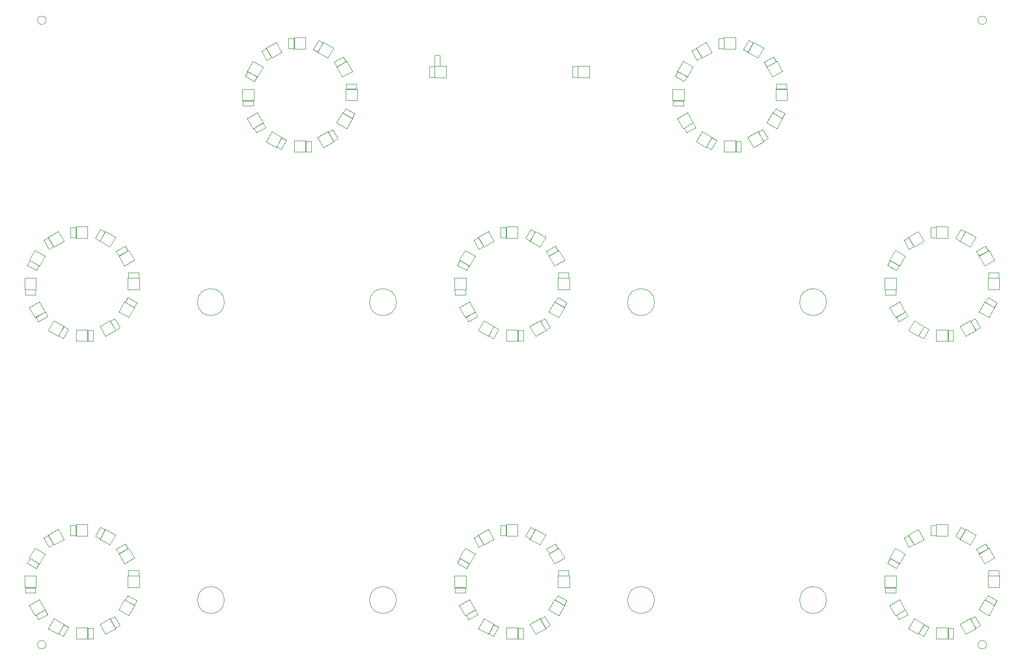
<source format=gbr>
%TF.GenerationSoftware,KiCad,Pcbnew,8.0.4+1*%
%TF.CreationDate,2024-10-06T15:08:49+00:00*%
%TF.ProjectId,pedalboard-display,70656461-6c62-46f6-9172-642d64697370,0.0.0-RC1*%
%TF.SameCoordinates,Original*%
%TF.FileFunction,Other,User*%
%FSLAX46Y46*%
G04 Gerber Fmt 4.6, Leading zero omitted, Abs format (unit mm)*
G04 Created by KiCad (PCBNEW 8.0.4+1) date 2024-10-06 15:08:49*
%MOMM*%
%LPD*%
G01*
G04 APERTURE LIST*
%ADD10C,0.050000*%
G04 APERTURE END LIST*
D10*
%TO.C,FID2*%
X189750000Y-26000000D02*
G75*
G02*
X188250000Y-26000000I-750000J0D01*
G01*
X188250000Y-26000000D02*
G75*
G02*
X189750000Y-26000000I750000J0D01*
G01*
%TO.C,C65*%
X63336628Y-31374650D02*
X64133372Y-30914650D01*
X64133372Y-30914650D02*
X65043372Y-32490816D01*
X64246628Y-32950816D02*
X63336628Y-31374650D01*
X65043372Y-32490816D02*
X64246628Y-32950816D01*
%TO.C,C49*%
X115090000Y-70070000D02*
X116910000Y-70070000D01*
X115090000Y-70990000D02*
X115090000Y-70070000D01*
X116910000Y-70070000D02*
X116910000Y-70990000D01*
X116910000Y-70990000D02*
X115090000Y-70990000D01*
%TO.C,D35*%
X185133975Y-131428204D02*
X186866025Y-130428204D01*
X186133975Y-133160254D02*
X185133975Y-131428204D01*
X186866025Y-130428204D02*
X187866025Y-132160254D01*
X187866025Y-132160254D02*
X186133975Y-133160254D01*
%TO.C,D83*%
X35133975Y-79428204D02*
X36866025Y-78428204D01*
X36133975Y-81160254D02*
X35133975Y-79428204D01*
X36866025Y-78428204D02*
X37866025Y-80160254D01*
X37866025Y-80160254D02*
X36133975Y-81160254D01*
%TO.C,D34*%
X181000000Y-132000000D02*
X183000000Y-132000000D01*
X181000000Y-134000000D02*
X181000000Y-132000000D01*
X183000000Y-132000000D02*
X183000000Y-134000000D01*
X183000000Y-134000000D02*
X181000000Y-134000000D01*
%TO.C,D11*%
X148133975Y-46428204D02*
X149866025Y-45428204D01*
X149133975Y-48160254D02*
X148133975Y-46428204D01*
X149866025Y-45428204D02*
X150866025Y-47160254D01*
X150866025Y-47160254D02*
X149133975Y-48160254D01*
%TO.C,D49*%
X115000000Y-71000000D02*
X117000000Y-71000000D01*
X115000000Y-73000000D02*
X115000000Y-71000000D01*
X117000000Y-71000000D02*
X117000000Y-73000000D01*
X117000000Y-73000000D02*
X115000000Y-73000000D01*
%TO.C,C4*%
X143040000Y-29150000D02*
X143960000Y-29150000D01*
X143040000Y-30970000D02*
X143040000Y-29150000D01*
X143960000Y-29150000D02*
X143960000Y-30970000D01*
X143960000Y-30970000D02*
X143040000Y-30970000D01*
%TO.C,C80*%
X23981917Y-77806628D02*
X25558083Y-76896628D01*
X24441917Y-78603372D02*
X23981917Y-77806628D01*
X25558083Y-76896628D02*
X26018083Y-77693372D01*
X26018083Y-77693372D02*
X24441917Y-78603372D01*
%TO.C,D59*%
X110133975Y-79428204D02*
X111866025Y-78428204D01*
X111133975Y-81160254D02*
X110133975Y-79428204D01*
X111866025Y-78428204D02*
X112866025Y-80160254D01*
X112866025Y-80160254D02*
X111133975Y-81160254D01*
%TO.C,C32*%
X173981917Y-129806628D02*
X175558083Y-128896628D01*
X174441917Y-130603372D02*
X173981917Y-129806628D01*
X175558083Y-128896628D02*
X176018083Y-129693372D01*
X176018083Y-129693372D02*
X174441917Y-130603372D01*
%TO.C,D73*%
X40000000Y-71000000D02*
X42000000Y-71000000D01*
X40000000Y-73000000D02*
X40000000Y-71000000D01*
X42000000Y-71000000D02*
X42000000Y-73000000D01*
X42000000Y-73000000D02*
X40000000Y-73000000D01*
%TO.C,C5*%
X138336628Y-31374650D02*
X139133372Y-30914650D01*
X139133372Y-30914650D02*
X140043372Y-32490816D01*
X139246628Y-32950816D02*
X138336628Y-31374650D01*
X140043372Y-32490816D02*
X139246628Y-32950816D01*
%TO.C,C13*%
X190090000Y-70070000D02*
X191910000Y-70070000D01*
X190090000Y-70990000D02*
X190090000Y-70070000D01*
X191910000Y-70070000D02*
X191910000Y-70990000D01*
X191910000Y-70990000D02*
X190090000Y-70990000D01*
%TO.C,D48*%
X113428204Y-128866025D02*
X114428204Y-127133975D01*
X114428204Y-127133975D02*
X116160254Y-128133975D01*
X115160254Y-129866025D02*
X113428204Y-128866025D01*
X116160254Y-128133975D02*
X115160254Y-129866025D01*
%TO.C,D86*%
X38428204Y-119133975D02*
X40160254Y-118133975D01*
X39428204Y-120866025D02*
X38428204Y-119133975D01*
X40160254Y-118133975D02*
X41160254Y-119866025D01*
X41160254Y-119866025D02*
X39428204Y-120866025D01*
%TO.C,D64*%
X69000000Y-29000000D02*
X71000000Y-29000000D01*
X69000000Y-31000000D02*
X69000000Y-29000000D01*
X71000000Y-29000000D02*
X71000000Y-31000000D01*
X71000000Y-31000000D02*
X69000000Y-31000000D01*
%TO.C,D54*%
X97839746Y-67866025D02*
X98839746Y-66133975D01*
X98839746Y-66133975D02*
X100571796Y-67133975D01*
X99571796Y-68866025D02*
X97839746Y-67866025D01*
X100571796Y-67133975D02*
X99571796Y-68866025D01*
%TO.C,D37*%
X115000000Y-123000000D02*
X117000000Y-123000000D01*
X115000000Y-125000000D02*
X115000000Y-123000000D01*
X117000000Y-123000000D02*
X117000000Y-125000000D01*
X117000000Y-125000000D02*
X115000000Y-125000000D01*
%TO.C,D1*%
X153000000Y-38000000D02*
X155000000Y-38000000D01*
X153000000Y-40000000D02*
X153000000Y-38000000D01*
X155000000Y-38000000D02*
X155000000Y-40000000D01*
X155000000Y-40000000D02*
X153000000Y-40000000D01*
%TO.C,D15*%
X185133975Y-64571796D02*
X186133975Y-62839746D01*
X186133975Y-62839746D02*
X187866025Y-63839746D01*
X186866025Y-65571796D02*
X185133975Y-64571796D01*
X187866025Y-63839746D02*
X186866025Y-65571796D01*
%TO.C,C31*%
X172090000Y-125040000D02*
X173910000Y-125040000D01*
X172090000Y-125960000D02*
X172090000Y-125040000D01*
X173910000Y-125040000D02*
X173910000Y-125960000D01*
X173910000Y-125960000D02*
X172090000Y-125960000D01*
%TO.C,D4*%
X144000000Y-29000000D02*
X146000000Y-29000000D01*
X144000000Y-31000000D02*
X144000000Y-29000000D01*
X146000000Y-29000000D02*
X146000000Y-31000000D01*
X146000000Y-31000000D02*
X144000000Y-31000000D01*
%TO.C,C17*%
X175336628Y-64374650D02*
X176133372Y-63914650D01*
X176133372Y-63914650D02*
X177043372Y-65490816D01*
X176246628Y-65950816D02*
X175336628Y-64374650D01*
X177043372Y-65490816D02*
X176246628Y-65950816D01*
%TO.C,D82*%
X31000000Y-80000000D02*
X33000000Y-80000000D01*
X31000000Y-82000000D02*
X31000000Y-80000000D01*
X33000000Y-80000000D02*
X33000000Y-82000000D01*
X33000000Y-82000000D02*
X31000000Y-82000000D01*
%TO.C,C78*%
X22481917Y-68743372D02*
X22941917Y-67946628D01*
X22941917Y-67946628D02*
X24518083Y-68856628D01*
X24058083Y-69653372D02*
X22481917Y-68743372D01*
X24518083Y-68856628D02*
X24058083Y-69653372D01*
%TO.C,D12*%
X151428204Y-43866025D02*
X152428204Y-42133975D01*
X152428204Y-42133975D02*
X154160254Y-43133975D01*
X153160254Y-44866025D02*
X151428204Y-43866025D01*
X154160254Y-43133975D02*
X153160254Y-44866025D01*
%TO.C,D42*%
X97839746Y-119866025D02*
X98839746Y-118133975D01*
X98839746Y-118133975D02*
X100571796Y-119133975D01*
X99571796Y-120866025D02*
X97839746Y-119866025D01*
X100571796Y-119133975D02*
X99571796Y-120866025D01*
%TO.C,D8*%
X135839746Y-43133975D02*
X137571796Y-42133975D01*
X136839746Y-44866025D02*
X135839746Y-43133975D01*
X137571796Y-42133975D02*
X138571796Y-43866025D01*
X138571796Y-43866025D02*
X136839746Y-44866025D01*
%TO.C,C38*%
X112981917Y-118306628D02*
X114558083Y-117396628D01*
X113441917Y-119103372D02*
X112981917Y-118306628D01*
X114558083Y-117396628D02*
X115018083Y-118193372D01*
X115018083Y-118193372D02*
X113441917Y-119103372D01*
%TO.C,D10*%
X144000000Y-47000000D02*
X146000000Y-47000000D01*
X144000000Y-49000000D02*
X144000000Y-47000000D01*
X146000000Y-47000000D02*
X146000000Y-49000000D01*
X146000000Y-49000000D02*
X144000000Y-49000000D01*
%TO.C,D39*%
X110133975Y-116571796D02*
X111133975Y-114839746D01*
X111133975Y-114839746D02*
X112866025Y-115839746D01*
X111866025Y-117571796D02*
X110133975Y-116571796D01*
X112866025Y-115839746D02*
X111866025Y-117571796D01*
%TO.C,D7*%
X135000000Y-38000000D02*
X137000000Y-38000000D01*
X135000000Y-40000000D02*
X135000000Y-38000000D01*
X137000000Y-38000000D02*
X137000000Y-40000000D01*
X137000000Y-40000000D02*
X135000000Y-40000000D01*
%TO.C,C20*%
X173981917Y-77806628D02*
X175558083Y-76896628D01*
X174441917Y-78603372D02*
X173981917Y-77806628D01*
X175558083Y-76896628D02*
X176018083Y-77693372D01*
X176018083Y-77693372D02*
X174441917Y-78603372D01*
%TO.C,D6*%
X135839746Y-34866025D02*
X136839746Y-33133975D01*
X136839746Y-33133975D02*
X138571796Y-34133975D01*
X137571796Y-35866025D02*
X135839746Y-34866025D01*
X138571796Y-34133975D02*
X137571796Y-35866025D01*
%TO.C,D16*%
X181000000Y-62000000D02*
X183000000Y-62000000D01*
X181000000Y-64000000D02*
X181000000Y-62000000D01*
X183000000Y-62000000D02*
X183000000Y-64000000D01*
X183000000Y-64000000D02*
X181000000Y-64000000D01*
%TO.C,D53*%
X101133975Y-63839746D02*
X102866025Y-62839746D01*
X102133975Y-65571796D02*
X101133975Y-63839746D01*
X102866025Y-62839746D02*
X103866025Y-64571796D01*
X103866025Y-64571796D02*
X102133975Y-65571796D01*
%TO.C,FID1*%
X25750000Y-26000000D02*
G75*
G02*
X24250000Y-26000000I-750000J0D01*
G01*
X24250000Y-26000000D02*
G75*
G02*
X25750000Y-26000000I750000J0D01*
G01*
%TO.C,C19*%
X172090000Y-73040000D02*
X173910000Y-73040000D01*
X172090000Y-73960000D02*
X172090000Y-73040000D01*
X173910000Y-73040000D02*
X173910000Y-73960000D01*
X173910000Y-73960000D02*
X172090000Y-73960000D01*
%TO.C,D71*%
X73133975Y-46428204D02*
X74866025Y-45428204D01*
X74133975Y-48160254D02*
X73133975Y-46428204D01*
X74866025Y-45428204D02*
X75866025Y-47160254D01*
X75866025Y-47160254D02*
X74133975Y-48160254D01*
%TO.C,D92*%
X22839746Y-128133975D02*
X24571796Y-127133975D01*
X23839746Y-129866025D02*
X22839746Y-128133975D01*
X24571796Y-127133975D02*
X25571796Y-128866025D01*
X25571796Y-128866025D02*
X23839746Y-129866025D01*
%TO.C,C95*%
X36946628Y-130509184D02*
X37743372Y-130049184D01*
X37743372Y-130049184D02*
X38653372Y-131625350D01*
X37856628Y-132085350D02*
X36946628Y-130509184D01*
X38653372Y-131625350D02*
X37856628Y-132085350D01*
%TO.C,C27*%
X184346628Y-116058083D02*
X185256628Y-114481917D01*
X185143372Y-116518083D02*
X184346628Y-116058083D01*
X185256628Y-114481917D02*
X186053372Y-114941917D01*
X186053372Y-114941917D02*
X185143372Y-116518083D01*
%TO.C,D67*%
X60000000Y-38000000D02*
X62000000Y-38000000D01*
X60000000Y-40000000D02*
X60000000Y-38000000D01*
X62000000Y-38000000D02*
X62000000Y-40000000D01*
X62000000Y-40000000D02*
X60000000Y-40000000D01*
%TO.C,C66*%
X60481917Y-35743372D02*
X60941917Y-34946628D01*
X60941917Y-34946628D02*
X62518083Y-35856628D01*
X62058083Y-36653372D02*
X60481917Y-35743372D01*
X62518083Y-35856628D02*
X62058083Y-36653372D01*
%TO.C,C42*%
X97481917Y-120743372D02*
X97941917Y-119946628D01*
X97941917Y-119946628D02*
X99518083Y-120856628D01*
X99058083Y-121653372D02*
X97481917Y-120743372D01*
X99518083Y-120856628D02*
X99058083Y-121653372D01*
%TO.C,D22*%
X181000000Y-80000000D02*
X183000000Y-80000000D01*
X181000000Y-82000000D02*
X181000000Y-80000000D01*
X183000000Y-80000000D02*
X183000000Y-82000000D01*
X183000000Y-82000000D02*
X181000000Y-82000000D01*
%TO.C,D50*%
X113428204Y-67133975D02*
X115160254Y-66133975D01*
X114428204Y-68866025D02*
X113428204Y-67133975D01*
X115160254Y-66133975D02*
X116160254Y-67866025D01*
X116160254Y-67866025D02*
X114428204Y-68866025D01*
%TO.C,C7*%
X135090000Y-40040000D02*
X136910000Y-40040000D01*
X135090000Y-40960000D02*
X135090000Y-40040000D01*
X136910000Y-40040000D02*
X136910000Y-40960000D01*
X136910000Y-40960000D02*
X135090000Y-40960000D01*
%TO.C,C52*%
X105040000Y-62150000D02*
X105960000Y-62150000D01*
X105040000Y-63970000D02*
X105040000Y-62150000D01*
X105960000Y-62150000D02*
X105960000Y-63970000D01*
X105960000Y-63970000D02*
X105040000Y-63970000D01*
%TO.C,D94*%
X31000000Y-132000000D02*
X33000000Y-132000000D01*
X31000000Y-134000000D02*
X31000000Y-132000000D01*
X33000000Y-132000000D02*
X33000000Y-134000000D01*
X33000000Y-134000000D02*
X31000000Y-134000000D01*
%TO.C,D23*%
X185133975Y-79428204D02*
X186866025Y-78428204D01*
X186133975Y-81160254D02*
X185133975Y-79428204D01*
X186866025Y-78428204D02*
X187866025Y-80160254D01*
X187866025Y-80160254D02*
X186133975Y-81160254D01*
%TO.C,D21*%
X176133975Y-80160254D02*
X177133975Y-78428204D01*
X177133975Y-78428204D02*
X178866025Y-79428204D01*
X177866025Y-81160254D02*
X176133975Y-80160254D01*
X178866025Y-79428204D02*
X177866025Y-81160254D01*
%TO.C,D88*%
X31000000Y-114000000D02*
X33000000Y-114000000D01*
X31000000Y-116000000D02*
X31000000Y-114000000D01*
X33000000Y-114000000D02*
X33000000Y-116000000D01*
X33000000Y-116000000D02*
X31000000Y-116000000D01*
%TO.C,D45*%
X101133975Y-132160254D02*
X102133975Y-130428204D01*
X102133975Y-130428204D02*
X103866025Y-131428204D01*
X102866025Y-133160254D02*
X101133975Y-132160254D01*
X103866025Y-131428204D02*
X102866025Y-133160254D01*
%TO.C,C25*%
X190090000Y-122070000D02*
X191910000Y-122070000D01*
X190090000Y-122990000D02*
X190090000Y-122070000D01*
X191910000Y-122070000D02*
X191910000Y-122990000D01*
X191910000Y-122990000D02*
X190090000Y-122990000D01*
%TO.C,C73*%
X40090000Y-70070000D02*
X41910000Y-70070000D01*
X40090000Y-70990000D02*
X40090000Y-70070000D01*
X41910000Y-70070000D02*
X41910000Y-70990000D01*
X41910000Y-70990000D02*
X40090000Y-70990000D01*
%TO.C,C36*%
X189531917Y-127193372D02*
X189991917Y-126396628D01*
X189991917Y-126396628D02*
X191568083Y-127306628D01*
X191108083Y-128103372D02*
X189531917Y-127193372D01*
X191568083Y-127306628D02*
X191108083Y-128103372D01*
%TO.C,D13*%
X190000000Y-71000000D02*
X192000000Y-71000000D01*
X190000000Y-73000000D02*
X190000000Y-71000000D01*
X192000000Y-71000000D02*
X192000000Y-73000000D01*
X192000000Y-73000000D02*
X190000000Y-73000000D01*
%TO.C,C93*%
X27946628Y-133058083D02*
X28856628Y-131481917D01*
X28743372Y-133518083D02*
X27946628Y-133058083D01*
X28856628Y-131481917D02*
X29653372Y-131941917D01*
X29653372Y-131941917D02*
X28743372Y-133518083D01*
%TO.C,C21*%
X177946628Y-81058083D02*
X178856628Y-79481917D01*
X178743372Y-81518083D02*
X177946628Y-81058083D01*
X178856628Y-79481917D02*
X179653372Y-79941917D01*
X179653372Y-79941917D02*
X178743372Y-81518083D01*
%TO.C,D95*%
X35133975Y-131428204D02*
X36866025Y-130428204D01*
X36133975Y-133160254D02*
X35133975Y-131428204D01*
X36866025Y-130428204D02*
X37866025Y-132160254D01*
X37866025Y-132160254D02*
X36133975Y-133160254D01*
%TO.C,C8*%
X136981917Y-44806628D02*
X138558083Y-43896628D01*
X137441917Y-45603372D02*
X136981917Y-44806628D01*
X138558083Y-43896628D02*
X139018083Y-44693372D01*
X139018083Y-44693372D02*
X137441917Y-45603372D01*
%TO.C,D72*%
X76428204Y-43866025D02*
X77428204Y-42133975D01*
X77428204Y-42133975D02*
X79160254Y-43133975D01*
X78160254Y-44866025D02*
X76428204Y-43866025D01*
X79160254Y-43133975D02*
X78160254Y-44866025D01*
%TO.C,C97*%
X92540000Y-34090000D02*
X93460000Y-34090000D01*
X92540000Y-35910000D02*
X92540000Y-34090000D01*
X93460000Y-34090000D02*
X93460000Y-35910000D01*
X93460000Y-35910000D02*
X92540000Y-35910000D01*
%TO.C,C86*%
X37981917Y-118306628D02*
X39558083Y-117396628D01*
X38441917Y-119103372D02*
X37981917Y-118306628D01*
X39558083Y-117396628D02*
X40018083Y-118193372D01*
X40018083Y-118193372D02*
X38441917Y-119103372D01*
%TO.C,D18*%
X172839746Y-67866025D02*
X173839746Y-66133975D01*
X173839746Y-66133975D02*
X175571796Y-67133975D01*
X174571796Y-68866025D02*
X172839746Y-67866025D01*
X175571796Y-67133975D02*
X174571796Y-68866025D01*
%TO.C,D85*%
X40000000Y-123000000D02*
X42000000Y-123000000D01*
X40000000Y-125000000D02*
X40000000Y-123000000D01*
X42000000Y-123000000D02*
X42000000Y-125000000D01*
X42000000Y-125000000D02*
X40000000Y-125000000D01*
%TO.C,C9*%
X140946628Y-48058083D02*
X141856628Y-46481917D01*
X141743372Y-48518083D02*
X140946628Y-48058083D01*
X141856628Y-46481917D02*
X142653372Y-46941917D01*
X142653372Y-46941917D02*
X141743372Y-48518083D01*
%TO.C,U1*%
X56850000Y-75200000D02*
G75*
G02*
X52150000Y-75200000I-2350000J0D01*
G01*
X52150000Y-75200000D02*
G75*
G02*
X56850000Y-75200000I2350000J0D01*
G01*
X56850000Y-127200000D02*
G75*
G02*
X52150000Y-127200000I-2350000J0D01*
G01*
X52150000Y-127200000D02*
G75*
G02*
X56850000Y-127200000I2350000J0D01*
G01*
X86850000Y-75200000D02*
G75*
G02*
X82150000Y-75200000I-2350000J0D01*
G01*
X82150000Y-75200000D02*
G75*
G02*
X86850000Y-75200000I2350000J0D01*
G01*
X86850000Y-127200000D02*
G75*
G02*
X82150000Y-127200000I-2350000J0D01*
G01*
X82150000Y-127200000D02*
G75*
G02*
X86850000Y-127200000I2350000J0D01*
G01*
%TO.C,D19*%
X172000000Y-71000000D02*
X174000000Y-71000000D01*
X172000000Y-73000000D02*
X172000000Y-71000000D01*
X174000000Y-71000000D02*
X174000000Y-73000000D01*
X174000000Y-73000000D02*
X172000000Y-73000000D01*
%TO.C,D65*%
X64133975Y-30839746D02*
X65866025Y-29839746D01*
X65133975Y-32571796D02*
X64133975Y-30839746D01*
X65866025Y-29839746D02*
X66866025Y-31571796D01*
X66866025Y-31571796D02*
X65133975Y-32571796D01*
%TO.C,D78*%
X22839746Y-67866025D02*
X23839746Y-66133975D01*
X23839746Y-66133975D02*
X25571796Y-67133975D01*
X24571796Y-68866025D02*
X22839746Y-67866025D01*
X25571796Y-67133975D02*
X24571796Y-68866025D01*
%TO.C,D46*%
X106000000Y-132000000D02*
X108000000Y-132000000D01*
X106000000Y-134000000D02*
X106000000Y-132000000D01*
X108000000Y-132000000D02*
X108000000Y-134000000D01*
X108000000Y-134000000D02*
X106000000Y-134000000D01*
%TO.C,C18*%
X172481917Y-68743372D02*
X172941917Y-67946628D01*
X172941917Y-67946628D02*
X174518083Y-68856628D01*
X174058083Y-69653372D02*
X172481917Y-68743372D01*
X174518083Y-68856628D02*
X174058083Y-69653372D01*
%TO.C,D58*%
X106000000Y-80000000D02*
X108000000Y-80000000D01*
X106000000Y-82000000D02*
X106000000Y-80000000D01*
X108000000Y-80000000D02*
X108000000Y-82000000D01*
X108000000Y-82000000D02*
X106000000Y-82000000D01*
%TO.C,D25*%
X190000000Y-123000000D02*
X192000000Y-123000000D01*
X190000000Y-125000000D02*
X190000000Y-123000000D01*
X192000000Y-123000000D02*
X192000000Y-125000000D01*
X192000000Y-125000000D02*
X190000000Y-125000000D01*
%TO.C,D70*%
X69000000Y-47000000D02*
X71000000Y-47000000D01*
X69000000Y-49000000D02*
X69000000Y-47000000D01*
X71000000Y-47000000D02*
X71000000Y-49000000D01*
X71000000Y-49000000D02*
X69000000Y-49000000D01*
%TO.C,C72*%
X77531917Y-42193372D02*
X77991917Y-41396628D01*
X77991917Y-41396628D02*
X79568083Y-42306628D01*
X79108083Y-43103372D02*
X77531917Y-42193372D01*
X79568083Y-42306628D02*
X79108083Y-43103372D01*
%TO.C,C55*%
X97090000Y-73040000D02*
X98910000Y-73040000D01*
X97090000Y-73960000D02*
X97090000Y-73040000D01*
X98910000Y-73040000D02*
X98910000Y-73960000D01*
X98910000Y-73960000D02*
X97090000Y-73960000D01*
%TO.C,C87*%
X34346628Y-116058083D02*
X35256628Y-114481917D01*
X35143372Y-116518083D02*
X34346628Y-116058083D01*
X35256628Y-114481917D02*
X36053372Y-114941917D01*
X36053372Y-114941917D02*
X35143372Y-116518083D01*
%TO.C,C11*%
X149946628Y-45509184D02*
X150743372Y-45049184D01*
X150743372Y-45049184D02*
X151653372Y-46625350D01*
X150856628Y-47085350D02*
X149946628Y-45509184D01*
X151653372Y-46625350D02*
X150856628Y-47085350D01*
%TO.C,C26*%
X187981917Y-118306628D02*
X189558083Y-117396628D01*
X188441917Y-119103372D02*
X187981917Y-118306628D01*
X189558083Y-117396628D02*
X190018083Y-118193372D01*
X190018083Y-118193372D02*
X188441917Y-119103372D01*
%TO.C,C43*%
X97090000Y-125040000D02*
X98910000Y-125040000D01*
X97090000Y-125960000D02*
X97090000Y-125040000D01*
X98910000Y-125040000D02*
X98910000Y-125960000D01*
X98910000Y-125960000D02*
X97090000Y-125960000D01*
%TO.C,D77*%
X26133975Y-63839746D02*
X27866025Y-62839746D01*
X27133975Y-65571796D02*
X26133975Y-63839746D01*
X27866025Y-62839746D02*
X28866025Y-64571796D01*
X28866025Y-64571796D02*
X27133975Y-65571796D01*
%TO.C,C74*%
X37981917Y-66306628D02*
X39558083Y-65396628D01*
X38441917Y-67103372D02*
X37981917Y-66306628D01*
X39558083Y-65396628D02*
X40018083Y-66193372D01*
X40018083Y-66193372D02*
X38441917Y-67103372D01*
%TO.C,C16*%
X180040000Y-62150000D02*
X180960000Y-62150000D01*
X180040000Y-63970000D02*
X180040000Y-62150000D01*
X180960000Y-62150000D02*
X180960000Y-63970000D01*
X180960000Y-63970000D02*
X180040000Y-63970000D01*
%TO.C,D31*%
X172000000Y-123000000D02*
X174000000Y-123000000D01*
X172000000Y-125000000D02*
X172000000Y-123000000D01*
X174000000Y-123000000D02*
X174000000Y-125000000D01*
X174000000Y-125000000D02*
X172000000Y-125000000D01*
%TO.C,FID4*%
X189750000Y-135000000D02*
G75*
G02*
X188250000Y-135000000I-750000J0D01*
G01*
X188250000Y-135000000D02*
G75*
G02*
X189750000Y-135000000I750000J0D01*
G01*
%TO.C,C51*%
X109346628Y-64058083D02*
X110256628Y-62481917D01*
X110143372Y-64518083D02*
X109346628Y-64058083D01*
X110256628Y-62481917D02*
X111053372Y-62941917D01*
X111053372Y-62941917D02*
X110143372Y-64518083D01*
%TO.C,C59*%
X111946628Y-78509184D02*
X112743372Y-78049184D01*
X112743372Y-78049184D02*
X113653372Y-79625350D01*
X112856628Y-80085350D02*
X111946628Y-78509184D01*
X113653372Y-79625350D02*
X112856628Y-80085350D01*
%TO.C,D17*%
X176133975Y-63839746D02*
X177866025Y-62839746D01*
X177133975Y-65571796D02*
X176133975Y-63839746D01*
X177866025Y-62839746D02*
X178866025Y-64571796D01*
X178866025Y-64571796D02*
X177133975Y-65571796D01*
%TO.C,D74*%
X38428204Y-67133975D02*
X40160254Y-66133975D01*
X39428204Y-68866025D02*
X38428204Y-67133975D01*
X40160254Y-66133975D02*
X41160254Y-67866025D01*
X41160254Y-67866025D02*
X39428204Y-68866025D01*
%TO.C,D51*%
X110133975Y-64571796D02*
X111133975Y-62839746D01*
X111133975Y-62839746D02*
X112866025Y-63839746D01*
X111866025Y-65571796D02*
X110133975Y-64571796D01*
X112866025Y-63839746D02*
X111866025Y-65571796D01*
%TO.C,C39*%
X109346628Y-116058083D02*
X110256628Y-114481917D01*
X110143372Y-116518083D02*
X109346628Y-116058083D01*
X110256628Y-114481917D02*
X111053372Y-114941917D01*
X111053372Y-114941917D02*
X110143372Y-116518083D01*
%TO.C,C61*%
X78090000Y-37070000D02*
X79910000Y-37070000D01*
X78090000Y-37990000D02*
X78090000Y-37070000D01*
X79910000Y-37070000D02*
X79910000Y-37990000D01*
X79910000Y-37990000D02*
X78090000Y-37990000D01*
%TO.C,D28*%
X181000000Y-114000000D02*
X183000000Y-114000000D01*
X181000000Y-116000000D02*
X181000000Y-114000000D01*
X183000000Y-114000000D02*
X183000000Y-116000000D01*
X183000000Y-116000000D02*
X181000000Y-116000000D01*
%TO.C,C6*%
X135481917Y-35743372D02*
X135941917Y-34946628D01*
X135941917Y-34946628D02*
X137518083Y-35856628D01*
X137058083Y-36653372D02*
X135481917Y-35743372D01*
X137518083Y-35856628D02*
X137058083Y-36653372D01*
%TO.C,C79*%
X22090000Y-73040000D02*
X23910000Y-73040000D01*
X22090000Y-73960000D02*
X22090000Y-73040000D01*
X23910000Y-73040000D02*
X23910000Y-73960000D01*
X23910000Y-73960000D02*
X22090000Y-73960000D01*
%TO.C,D55*%
X97000000Y-71000000D02*
X99000000Y-71000000D01*
X97000000Y-73000000D02*
X97000000Y-71000000D01*
X99000000Y-71000000D02*
X99000000Y-73000000D01*
X99000000Y-73000000D02*
X97000000Y-73000000D01*
%TO.C,C44*%
X98981917Y-129806628D02*
X100558083Y-128896628D01*
X99441917Y-130603372D02*
X98981917Y-129806628D01*
X100558083Y-128896628D02*
X101018083Y-129693372D01*
X101018083Y-129693372D02*
X99441917Y-130603372D01*
%TO.C,C10*%
X146040000Y-47120000D02*
X146960000Y-47120000D01*
X146040000Y-48940000D02*
X146040000Y-47120000D01*
X146960000Y-47120000D02*
X146960000Y-48940000D01*
X146960000Y-48940000D02*
X146040000Y-48940000D01*
%TO.C,C29*%
X175336628Y-116374650D02*
X176133372Y-115914650D01*
X176133372Y-115914650D02*
X177043372Y-117490816D01*
X176246628Y-117950816D02*
X175336628Y-116374650D01*
X177043372Y-117490816D02*
X176246628Y-117950816D01*
%TO.C,D38*%
X113428204Y-119133975D02*
X115160254Y-118133975D01*
X114428204Y-120866025D02*
X113428204Y-119133975D01*
X115160254Y-118133975D02*
X116160254Y-119866025D01*
X116160254Y-119866025D02*
X114428204Y-120866025D01*
%TO.C,C76*%
X30040000Y-62150000D02*
X30960000Y-62150000D01*
X30040000Y-63970000D02*
X30040000Y-62150000D01*
X30960000Y-62150000D02*
X30960000Y-63970000D01*
X30960000Y-63970000D02*
X30040000Y-63970000D01*
%TO.C,C75*%
X34346628Y-64058083D02*
X35256628Y-62481917D01*
X35143372Y-64518083D02*
X34346628Y-64058083D01*
X35256628Y-62481917D02*
X36053372Y-62941917D01*
X36053372Y-62941917D02*
X35143372Y-64518083D01*
%TO.C,C40*%
X105040000Y-114150000D02*
X105960000Y-114150000D01*
X105040000Y-115970000D02*
X105040000Y-114150000D01*
X105960000Y-114150000D02*
X105960000Y-115970000D01*
X105960000Y-115970000D02*
X105040000Y-115970000D01*
%TO.C,C62*%
X75981917Y-33306628D02*
X77558083Y-32396628D01*
X76441917Y-34103372D02*
X75981917Y-33306628D01*
X77558083Y-32396628D02*
X78018083Y-33193372D01*
X78018083Y-33193372D02*
X76441917Y-34103372D01*
%TO.C,C83*%
X36946628Y-78509184D02*
X37743372Y-78049184D01*
X37743372Y-78049184D02*
X38653372Y-79625350D01*
X37856628Y-80085350D02*
X36946628Y-78509184D01*
X38653372Y-79625350D02*
X37856628Y-80085350D01*
%TO.C,D75*%
X35133975Y-64571796D02*
X36133975Y-62839746D01*
X36133975Y-62839746D02*
X37866025Y-63839746D01*
X36866025Y-65571796D02*
X35133975Y-64571796D01*
X37866025Y-63839746D02*
X36866025Y-65571796D01*
%TO.C,D66*%
X60839746Y-34866025D02*
X61839746Y-33133975D01*
X61839746Y-33133975D02*
X63571796Y-34133975D01*
X62571796Y-35866025D02*
X60839746Y-34866025D01*
X63571796Y-34133975D02*
X62571796Y-35866025D01*
%TO.C,C90*%
X22481917Y-120743372D02*
X22941917Y-119946628D01*
X22941917Y-119946628D02*
X24518083Y-120856628D01*
X24058083Y-121653372D02*
X22481917Y-120743372D01*
X24518083Y-120856628D02*
X24058083Y-121653372D01*
%TO.C,C88*%
X30040000Y-114150000D02*
X30960000Y-114150000D01*
X30040000Y-115970000D02*
X30040000Y-114150000D01*
X30960000Y-114150000D02*
X30960000Y-115970000D01*
X30960000Y-115970000D02*
X30040000Y-115970000D01*
%TO.C,D30*%
X172839746Y-119866025D02*
X173839746Y-118133975D01*
X173839746Y-118133975D02*
X175571796Y-119133975D01*
X174571796Y-120866025D02*
X172839746Y-119866025D01*
X175571796Y-119133975D02*
X174571796Y-120866025D01*
%TO.C,C60*%
X114531917Y-75193372D02*
X114991917Y-74396628D01*
X114991917Y-74396628D02*
X116568083Y-75306628D01*
X116108083Y-76103372D02*
X114531917Y-75193372D01*
X116568083Y-75306628D02*
X116108083Y-76103372D01*
%TO.C,D56*%
X97839746Y-76133975D02*
X99571796Y-75133975D01*
X98839746Y-77866025D02*
X97839746Y-76133975D01*
X99571796Y-75133975D02*
X100571796Y-76866025D01*
X100571796Y-76866025D02*
X98839746Y-77866025D01*
%TO.C,D26*%
X188428204Y-119133975D02*
X190160254Y-118133975D01*
X189428204Y-120866025D02*
X188428204Y-119133975D01*
X190160254Y-118133975D02*
X191160254Y-119866025D01*
X191160254Y-119866025D02*
X189428204Y-120866025D01*
%TO.C,D44*%
X97839746Y-128133975D02*
X99571796Y-127133975D01*
X98839746Y-129866025D02*
X97839746Y-128133975D01*
X99571796Y-127133975D02*
X100571796Y-128866025D01*
X100571796Y-128866025D02*
X98839746Y-129866025D01*
%TO.C,D90*%
X22839746Y-119866025D02*
X23839746Y-118133975D01*
X23839746Y-118133975D02*
X25571796Y-119133975D01*
X24571796Y-120866025D02*
X22839746Y-119866025D01*
X25571796Y-119133975D02*
X24571796Y-120866025D01*
%TO.C,C48*%
X114531917Y-127193372D02*
X114991917Y-126396628D01*
X114991917Y-126396628D02*
X116568083Y-127306628D01*
X116108083Y-128103372D02*
X114531917Y-127193372D01*
X116568083Y-127306628D02*
X116108083Y-128103372D01*
%TO.C,D61*%
X78000000Y-38000000D02*
X80000000Y-38000000D01*
X78000000Y-40000000D02*
X78000000Y-38000000D01*
X80000000Y-38000000D02*
X80000000Y-40000000D01*
X80000000Y-40000000D02*
X78000000Y-40000000D01*
%TO.C,D2*%
X151428204Y-34133975D02*
X153160254Y-33133975D01*
X152428204Y-35866025D02*
X151428204Y-34133975D01*
X153160254Y-33133975D02*
X154160254Y-34866025D01*
X154160254Y-34866025D02*
X152428204Y-35866025D01*
%TO.C,D87*%
X35133975Y-116571796D02*
X36133975Y-114839746D01*
X36133975Y-114839746D02*
X37866025Y-115839746D01*
X36866025Y-117571796D02*
X35133975Y-116571796D01*
X37866025Y-115839746D02*
X36866025Y-117571796D01*
%TO.C,D60*%
X113428204Y-76866025D02*
X114428204Y-75133975D01*
X114428204Y-75133975D02*
X116160254Y-76133975D01*
X115160254Y-77866025D02*
X113428204Y-76866025D01*
X116160254Y-76133975D02*
X115160254Y-77866025D01*
%TO.C,D20*%
X172839746Y-76133975D02*
X174571796Y-75133975D01*
X173839746Y-77866025D02*
X172839746Y-76133975D01*
X174571796Y-75133975D02*
X175571796Y-76866025D01*
X175571796Y-76866025D02*
X173839746Y-77866025D01*
%TO.C,C1*%
X153090000Y-37070000D02*
X154910000Y-37070000D01*
X153090000Y-37990000D02*
X153090000Y-37070000D01*
X154910000Y-37070000D02*
X154910000Y-37990000D01*
X154910000Y-37990000D02*
X153090000Y-37990000D01*
%TO.C,C2*%
X150981917Y-33306628D02*
X152558083Y-32396628D01*
X151441917Y-34103372D02*
X150981917Y-33306628D01*
X152558083Y-32396628D02*
X153018083Y-33193372D01*
X153018083Y-33193372D02*
X151441917Y-34103372D01*
%TO.C,C82*%
X33040000Y-80120000D02*
X33960000Y-80120000D01*
X33040000Y-81940000D02*
X33040000Y-80120000D01*
X33960000Y-80120000D02*
X33960000Y-81940000D01*
X33960000Y-81940000D02*
X33040000Y-81940000D01*
%TO.C,D97*%
X93500000Y-34000000D02*
X95500000Y-34000000D01*
X93500000Y-36000000D02*
X93500000Y-34000000D01*
X95500000Y-34000000D02*
X95500000Y-36000000D01*
X95500000Y-36000000D02*
X93500000Y-36000000D01*
%TO.C,D5*%
X139133975Y-30839746D02*
X140866025Y-29839746D01*
X140133975Y-32571796D02*
X139133975Y-30839746D01*
X140866025Y-29839746D02*
X141866025Y-31571796D01*
X141866025Y-31571796D02*
X140133975Y-32571796D01*
%TO.C,D41*%
X101133975Y-115839746D02*
X102866025Y-114839746D01*
X102133975Y-117571796D02*
X101133975Y-115839746D01*
X102866025Y-114839746D02*
X103866025Y-116571796D01*
X103866025Y-116571796D02*
X102133975Y-117571796D01*
%TO.C,C54*%
X97481917Y-68743372D02*
X97941917Y-67946628D01*
X97941917Y-67946628D02*
X99518083Y-68856628D01*
X99058083Y-69653372D02*
X97481917Y-68743372D01*
X99518083Y-68856628D02*
X99058083Y-69653372D01*
%TO.C,D84*%
X38428204Y-76866025D02*
X39428204Y-75133975D01*
X39428204Y-75133975D02*
X41160254Y-76133975D01*
X40160254Y-77866025D02*
X38428204Y-76866025D01*
X41160254Y-76133975D02*
X40160254Y-77866025D01*
%TO.C,C28*%
X180040000Y-114150000D02*
X180960000Y-114150000D01*
X180040000Y-115970000D02*
X180040000Y-114150000D01*
X180960000Y-114150000D02*
X180960000Y-115970000D01*
X180960000Y-115970000D02*
X180040000Y-115970000D01*
%TO.C,D52*%
X106000000Y-62000000D02*
X108000000Y-62000000D01*
X106000000Y-64000000D02*
X106000000Y-62000000D01*
X108000000Y-62000000D02*
X108000000Y-64000000D01*
X108000000Y-64000000D02*
X106000000Y-64000000D01*
%TO.C,D24*%
X188428204Y-76866025D02*
X189428204Y-75133975D01*
X189428204Y-75133975D02*
X191160254Y-76133975D01*
X190160254Y-77866025D02*
X188428204Y-76866025D01*
X191160254Y-76133975D02*
X190160254Y-77866025D01*
%TO.C,C58*%
X108040000Y-80120000D02*
X108960000Y-80120000D01*
X108040000Y-81940000D02*
X108040000Y-80120000D01*
X108960000Y-80120000D02*
X108960000Y-81940000D01*
X108960000Y-81940000D02*
X108040000Y-81940000D01*
%TO.C,D91*%
X22000000Y-123000000D02*
X24000000Y-123000000D01*
X22000000Y-125000000D02*
X22000000Y-123000000D01*
X24000000Y-123000000D02*
X24000000Y-125000000D01*
X24000000Y-125000000D02*
X22000000Y-125000000D01*
%TO.C,C94*%
X33040000Y-132120000D02*
X33960000Y-132120000D01*
X33040000Y-133940000D02*
X33040000Y-132120000D01*
X33960000Y-132120000D02*
X33960000Y-133940000D01*
X33960000Y-133940000D02*
X33040000Y-133940000D01*
%TO.C,R1*%
X93530000Y-32080000D02*
X94470000Y-32080000D01*
X93530000Y-33940000D02*
X93530000Y-32080000D01*
X94470000Y-32080000D02*
X94470000Y-33940000D01*
X94470000Y-33940000D02*
X93530000Y-33940000D01*
%TO.C,C12*%
X152531917Y-42193372D02*
X152991917Y-41396628D01*
X152991917Y-41396628D02*
X154568083Y-42306628D01*
X154108083Y-43103372D02*
X152531917Y-42193372D01*
X154568083Y-42306628D02*
X154108083Y-43103372D01*
%TO.C,D9*%
X139133975Y-47160254D02*
X140133975Y-45428204D01*
X140133975Y-45428204D02*
X141866025Y-46428204D01*
X140866025Y-48160254D02*
X139133975Y-47160254D01*
X141866025Y-46428204D02*
X140866025Y-48160254D01*
%TO.C,C37*%
X115090000Y-122070000D02*
X116910000Y-122070000D01*
X115090000Y-122990000D02*
X115090000Y-122070000D01*
X116910000Y-122070000D02*
X116910000Y-122990000D01*
X116910000Y-122990000D02*
X115090000Y-122990000D01*
%TO.C,C15*%
X184346628Y-64058083D02*
X185256628Y-62481917D01*
X185143372Y-64518083D02*
X184346628Y-64058083D01*
X185256628Y-62481917D02*
X186053372Y-62941917D01*
X186053372Y-62941917D02*
X185143372Y-64518083D01*
%TO.C,C30*%
X172481917Y-120743372D02*
X172941917Y-119946628D01*
X172941917Y-119946628D02*
X174518083Y-120856628D01*
X174058083Y-121653372D02*
X172481917Y-120743372D01*
X174518083Y-120856628D02*
X174058083Y-121653372D01*
%TO.C,C24*%
X189531917Y-75193372D02*
X189991917Y-74396628D01*
X189991917Y-74396628D02*
X191568083Y-75306628D01*
X191108083Y-76103372D02*
X189531917Y-75193372D01*
X191568083Y-75306628D02*
X191108083Y-76103372D01*
%TO.C,D47*%
X110133975Y-131428204D02*
X111866025Y-130428204D01*
X111133975Y-133160254D02*
X110133975Y-131428204D01*
X111866025Y-130428204D02*
X112866025Y-132160254D01*
X112866025Y-132160254D02*
X111133975Y-133160254D01*
%TO.C,D79*%
X22000000Y-71000000D02*
X24000000Y-71000000D01*
X22000000Y-73000000D02*
X22000000Y-71000000D01*
X24000000Y-71000000D02*
X24000000Y-73000000D01*
X24000000Y-73000000D02*
X22000000Y-73000000D01*
%TO.C,D36*%
X188428204Y-128866025D02*
X189428204Y-127133975D01*
X189428204Y-127133975D02*
X191160254Y-128133975D01*
X190160254Y-129866025D02*
X188428204Y-128866025D01*
X191160254Y-128133975D02*
X190160254Y-129866025D01*
%TO.C,D27*%
X185133975Y-116571796D02*
X186133975Y-114839746D01*
X186133975Y-114839746D02*
X187866025Y-115839746D01*
X186866025Y-117571796D02*
X185133975Y-116571796D01*
X187866025Y-115839746D02*
X186866025Y-117571796D01*
%TO.C,D76*%
X31000000Y-62000000D02*
X33000000Y-62000000D01*
X31000000Y-64000000D02*
X31000000Y-62000000D01*
X33000000Y-62000000D02*
X33000000Y-64000000D01*
X33000000Y-64000000D02*
X31000000Y-64000000D01*
%TO.C,C91*%
X22090000Y-125040000D02*
X23910000Y-125040000D01*
X22090000Y-125960000D02*
X22090000Y-125040000D01*
X23910000Y-125040000D02*
X23910000Y-125960000D01*
X23910000Y-125960000D02*
X22090000Y-125960000D01*
%TO.C,D40*%
X106000000Y-114000000D02*
X108000000Y-114000000D01*
X106000000Y-116000000D02*
X106000000Y-114000000D01*
X108000000Y-114000000D02*
X108000000Y-116000000D01*
X108000000Y-116000000D02*
X106000000Y-116000000D01*
%TO.C,C22*%
X183040000Y-80120000D02*
X183960000Y-80120000D01*
X183040000Y-81940000D02*
X183040000Y-80120000D01*
X183960000Y-80120000D02*
X183960000Y-81940000D01*
X183960000Y-81940000D02*
X183040000Y-81940000D01*
%TO.C,C77*%
X25336628Y-64374650D02*
X26133372Y-63914650D01*
X26133372Y-63914650D02*
X27043372Y-65490816D01*
X26246628Y-65950816D02*
X25336628Y-64374650D01*
X27043372Y-65490816D02*
X26246628Y-65950816D01*
%TO.C,C23*%
X186946628Y-78509184D02*
X187743372Y-78049184D01*
X187743372Y-78049184D02*
X188653372Y-79625350D01*
X187856628Y-80085350D02*
X186946628Y-78509184D01*
X188653372Y-79625350D02*
X187856628Y-80085350D01*
%TO.C,C71*%
X74946628Y-45509184D02*
X75743372Y-45049184D01*
X75743372Y-45049184D02*
X76653372Y-46625350D01*
X75856628Y-47085350D02*
X74946628Y-45509184D01*
X76653372Y-46625350D02*
X75856628Y-47085350D01*
%TO.C,D98*%
X118500000Y-34000000D02*
X120500000Y-34000000D01*
X118500000Y-36000000D02*
X118500000Y-34000000D01*
X120500000Y-34000000D02*
X120500000Y-36000000D01*
X120500000Y-36000000D02*
X118500000Y-36000000D01*
%TO.C,D63*%
X73133975Y-31571796D02*
X74133975Y-29839746D01*
X74133975Y-29839746D02*
X75866025Y-30839746D01*
X74866025Y-32571796D02*
X73133975Y-31571796D01*
X75866025Y-30839746D02*
X74866025Y-32571796D01*
%TO.C,D3*%
X148133975Y-31571796D02*
X149133975Y-29839746D01*
X149133975Y-29839746D02*
X150866025Y-30839746D01*
X149866025Y-32571796D02*
X148133975Y-31571796D01*
X150866025Y-30839746D02*
X149866025Y-32571796D01*
%TO.C,D32*%
X172839746Y-128133975D02*
X174571796Y-127133975D01*
X173839746Y-129866025D02*
X172839746Y-128133975D01*
X174571796Y-127133975D02*
X175571796Y-128866025D01*
X175571796Y-128866025D02*
X173839746Y-129866025D01*
%TO.C,C92*%
X23981917Y-129806628D02*
X25558083Y-128896628D01*
X24441917Y-130603372D02*
X23981917Y-129806628D01*
X25558083Y-128896628D02*
X26018083Y-129693372D01*
X26018083Y-129693372D02*
X24441917Y-130603372D01*
%TO.C,C96*%
X39531917Y-127193372D02*
X39991917Y-126396628D01*
X39991917Y-126396628D02*
X41568083Y-127306628D01*
X41108083Y-128103372D02*
X39531917Y-127193372D01*
X41568083Y-127306628D02*
X41108083Y-128103372D01*
%TO.C,D80*%
X22839746Y-76133975D02*
X24571796Y-75133975D01*
X23839746Y-77866025D02*
X22839746Y-76133975D01*
X24571796Y-75133975D02*
X25571796Y-76866025D01*
X25571796Y-76866025D02*
X23839746Y-77866025D01*
%TO.C,C70*%
X71040000Y-47120000D02*
X71960000Y-47120000D01*
X71040000Y-48940000D02*
X71040000Y-47120000D01*
X71960000Y-47120000D02*
X71960000Y-48940000D01*
X71960000Y-48940000D02*
X71040000Y-48940000D01*
%TO.C,D93*%
X26133975Y-132160254D02*
X27133975Y-130428204D01*
X27133975Y-130428204D02*
X28866025Y-131428204D01*
X27866025Y-133160254D02*
X26133975Y-132160254D01*
X28866025Y-131428204D02*
X27866025Y-133160254D01*
%TO.C,C85*%
X40090000Y-122070000D02*
X41910000Y-122070000D01*
X40090000Y-122990000D02*
X40090000Y-122070000D01*
X41910000Y-122070000D02*
X41910000Y-122990000D01*
X41910000Y-122990000D02*
X40090000Y-122990000D01*
%TO.C,C68*%
X61981917Y-44806628D02*
X63558083Y-43896628D01*
X62441917Y-45603372D02*
X61981917Y-44806628D01*
X63558083Y-43896628D02*
X64018083Y-44693372D01*
X64018083Y-44693372D02*
X62441917Y-45603372D01*
%TO.C,D89*%
X26133975Y-115839746D02*
X27866025Y-114839746D01*
X27133975Y-117571796D02*
X26133975Y-115839746D01*
X27866025Y-114839746D02*
X28866025Y-116571796D01*
X28866025Y-116571796D02*
X27133975Y-117571796D01*
%TO.C,C41*%
X100336628Y-116374650D02*
X101133372Y-115914650D01*
X101133372Y-115914650D02*
X102043372Y-117490816D01*
X101246628Y-117950816D02*
X100336628Y-116374650D01*
X102043372Y-117490816D02*
X101246628Y-117950816D01*
%TO.C,C45*%
X102946628Y-133058083D02*
X103856628Y-131481917D01*
X103743372Y-133518083D02*
X102946628Y-133058083D01*
X103856628Y-131481917D02*
X104653372Y-131941917D01*
X104653372Y-131941917D02*
X103743372Y-133518083D01*
%TO.C,D14*%
X188428204Y-67133975D02*
X190160254Y-66133975D01*
X189428204Y-68866025D02*
X188428204Y-67133975D01*
X190160254Y-66133975D02*
X191160254Y-67866025D01*
X191160254Y-67866025D02*
X189428204Y-68866025D01*
%TO.C,C50*%
X112981917Y-66306628D02*
X114558083Y-65396628D01*
X113441917Y-67103372D02*
X112981917Y-66306628D01*
X114558083Y-65396628D02*
X115018083Y-66193372D01*
X115018083Y-66193372D02*
X113441917Y-67103372D01*
%TO.C,D62*%
X76428204Y-34133975D02*
X78160254Y-33133975D01*
X77428204Y-35866025D02*
X76428204Y-34133975D01*
X78160254Y-33133975D02*
X79160254Y-34866025D01*
X79160254Y-34866025D02*
X77428204Y-35866025D01*
%TO.C,D33*%
X176133975Y-132160254D02*
X177133975Y-130428204D01*
X177133975Y-130428204D02*
X178866025Y-131428204D01*
X177866025Y-133160254D02*
X176133975Y-132160254D01*
X178866025Y-131428204D02*
X177866025Y-133160254D01*
%TO.C,C33*%
X177946628Y-133058083D02*
X178856628Y-131481917D01*
X178743372Y-133518083D02*
X177946628Y-133058083D01*
X178856628Y-131481917D02*
X179653372Y-131941917D01*
X179653372Y-131941917D02*
X178743372Y-133518083D01*
%TO.C,D43*%
X97000000Y-123000000D02*
X99000000Y-123000000D01*
X97000000Y-125000000D02*
X97000000Y-123000000D01*
X99000000Y-123000000D02*
X99000000Y-125000000D01*
X99000000Y-125000000D02*
X97000000Y-125000000D01*
%TO.C,C98*%
X117540000Y-34090000D02*
X118460000Y-34090000D01*
X117540000Y-35910000D02*
X117540000Y-34090000D01*
X118460000Y-34090000D02*
X118460000Y-35910000D01*
X118460000Y-35910000D02*
X117540000Y-35910000D01*
%TO.C,C67*%
X60090000Y-40040000D02*
X61910000Y-40040000D01*
X60090000Y-40960000D02*
X60090000Y-40040000D01*
X61910000Y-40040000D02*
X61910000Y-40960000D01*
X61910000Y-40960000D02*
X60090000Y-40960000D01*
%TO.C,C3*%
X147346628Y-31058083D02*
X148256628Y-29481917D01*
X148143372Y-31518083D02*
X147346628Y-31058083D01*
X148256628Y-29481917D02*
X149053372Y-29941917D01*
X149053372Y-29941917D02*
X148143372Y-31518083D01*
%TO.C,C14*%
X187981917Y-66306628D02*
X189558083Y-65396628D01*
X188441917Y-67103372D02*
X187981917Y-66306628D01*
X189558083Y-65396628D02*
X190018083Y-66193372D01*
X190018083Y-66193372D02*
X188441917Y-67103372D01*
%TO.C,C35*%
X186946628Y-130509184D02*
X187743372Y-130049184D01*
X187743372Y-130049184D02*
X188653372Y-131625350D01*
X187856628Y-132085350D02*
X186946628Y-130509184D01*
X188653372Y-131625350D02*
X187856628Y-132085350D01*
%TO.C,C57*%
X102946628Y-81058083D02*
X103856628Y-79481917D01*
X103743372Y-81518083D02*
X102946628Y-81058083D01*
X103856628Y-79481917D02*
X104653372Y-79941917D01*
X104653372Y-79941917D02*
X103743372Y-81518083D01*
%TO.C,C46*%
X108040000Y-132120000D02*
X108960000Y-132120000D01*
X108040000Y-133940000D02*
X108040000Y-132120000D01*
X108960000Y-132120000D02*
X108960000Y-133940000D01*
X108960000Y-133940000D02*
X108040000Y-133940000D01*
%TO.C,C81*%
X27946628Y-81058083D02*
X28856628Y-79481917D01*
X28743372Y-81518083D02*
X27946628Y-81058083D01*
X28856628Y-79481917D02*
X29653372Y-79941917D01*
X29653372Y-79941917D02*
X28743372Y-81518083D01*
%TO.C,C56*%
X98981917Y-77806628D02*
X100558083Y-76896628D01*
X99441917Y-78603372D02*
X98981917Y-77806628D01*
X100558083Y-76896628D02*
X101018083Y-77693372D01*
X101018083Y-77693372D02*
X99441917Y-78603372D01*
%TO.C,C63*%
X72346628Y-31058083D02*
X73256628Y-29481917D01*
X73143372Y-31518083D02*
X72346628Y-31058083D01*
X73256628Y-29481917D02*
X74053372Y-29941917D01*
X74053372Y-29941917D02*
X73143372Y-31518083D01*
%TO.C,D96*%
X38428204Y-128866025D02*
X39428204Y-127133975D01*
X39428204Y-127133975D02*
X41160254Y-128133975D01*
X40160254Y-129866025D02*
X38428204Y-128866025D01*
X41160254Y-128133975D02*
X40160254Y-129866025D01*
%TO.C,U2*%
X131850000Y-75200000D02*
G75*
G02*
X127150000Y-75200000I-2350000J0D01*
G01*
X127150000Y-75200000D02*
G75*
G02*
X131850000Y-75200000I2350000J0D01*
G01*
X131850000Y-127200000D02*
G75*
G02*
X127150000Y-127200000I-2350000J0D01*
G01*
X127150000Y-127200000D02*
G75*
G02*
X131850000Y-127200000I2350000J0D01*
G01*
X161850000Y-75200000D02*
G75*
G02*
X157150000Y-75200000I-2350000J0D01*
G01*
X157150000Y-75200000D02*
G75*
G02*
X161850000Y-75200000I2350000J0D01*
G01*
X161850000Y-127200000D02*
G75*
G02*
X157150000Y-127200000I-2350000J0D01*
G01*
X157150000Y-127200000D02*
G75*
G02*
X161850000Y-127200000I2350000J0D01*
G01*
%TO.C,D81*%
X26133975Y-80160254D02*
X27133975Y-78428204D01*
X27133975Y-78428204D02*
X28866025Y-79428204D01*
X27866025Y-81160254D02*
X26133975Y-80160254D01*
X28866025Y-79428204D02*
X27866025Y-81160254D01*
%TO.C,C34*%
X183040000Y-132120000D02*
X183960000Y-132120000D01*
X183040000Y-133940000D02*
X183040000Y-132120000D01*
X183960000Y-132120000D02*
X183960000Y-133940000D01*
X183960000Y-133940000D02*
X183040000Y-133940000D01*
%TO.C,D57*%
X101133975Y-80160254D02*
X102133975Y-78428204D01*
X102133975Y-78428204D02*
X103866025Y-79428204D01*
X102866025Y-81160254D02*
X101133975Y-80160254D01*
X103866025Y-79428204D02*
X102866025Y-81160254D01*
%TO.C,C84*%
X39531917Y-75193372D02*
X39991917Y-74396628D01*
X39991917Y-74396628D02*
X41568083Y-75306628D01*
X41108083Y-76103372D02*
X39531917Y-75193372D01*
X41568083Y-75306628D02*
X41108083Y-76103372D01*
%TO.C,C89*%
X25336628Y-116374650D02*
X26133372Y-115914650D01*
X26133372Y-115914650D02*
X27043372Y-117490816D01*
X26246628Y-117950816D02*
X25336628Y-116374650D01*
X27043372Y-117490816D02*
X26246628Y-117950816D01*
%TO.C,D29*%
X176133975Y-115839746D02*
X177866025Y-114839746D01*
X177133975Y-117571796D02*
X176133975Y-115839746D01*
X177866025Y-114839746D02*
X178866025Y-116571796D01*
X178866025Y-116571796D02*
X177133975Y-117571796D01*
%TO.C,FID3*%
X25750000Y-135000000D02*
G75*
G02*
X24250000Y-135000000I-750000J0D01*
G01*
X24250000Y-135000000D02*
G75*
G02*
X25750000Y-135000000I750000J0D01*
G01*
%TO.C,C47*%
X111946628Y-130509184D02*
X112743372Y-130049184D01*
X112743372Y-130049184D02*
X113653372Y-131625350D01*
X112856628Y-132085350D02*
X111946628Y-130509184D01*
X113653372Y-131625350D02*
X112856628Y-132085350D01*
%TO.C,D69*%
X64133975Y-47160254D02*
X65133975Y-45428204D01*
X65133975Y-45428204D02*
X66866025Y-46428204D01*
X65866025Y-48160254D02*
X64133975Y-47160254D01*
X66866025Y-46428204D02*
X65866025Y-48160254D01*
%TO.C,C64*%
X68040000Y-29150000D02*
X68960000Y-29150000D01*
X68040000Y-30970000D02*
X68040000Y-29150000D01*
X68960000Y-29150000D02*
X68960000Y-30970000D01*
X68960000Y-30970000D02*
X68040000Y-30970000D01*
%TO.C,C69*%
X65946628Y-48058083D02*
X66856628Y-46481917D01*
X66743372Y-48518083D02*
X65946628Y-48058083D01*
X66856628Y-46481917D02*
X67653372Y-46941917D01*
X67653372Y-46941917D02*
X66743372Y-48518083D01*
%TO.C,C53*%
X100336628Y-64374650D02*
X101133372Y-63914650D01*
X101133372Y-63914650D02*
X102043372Y-65490816D01*
X101246628Y-65950816D02*
X100336628Y-64374650D01*
X102043372Y-65490816D02*
X101246628Y-65950816D01*
%TO.C,D68*%
X60839746Y-43133975D02*
X62571796Y-42133975D01*
X61839746Y-44866025D02*
X60839746Y-43133975D01*
X62571796Y-42133975D02*
X63571796Y-43866025D01*
X63571796Y-43866025D02*
X61839746Y-44866025D01*
%TD*%
M02*

</source>
